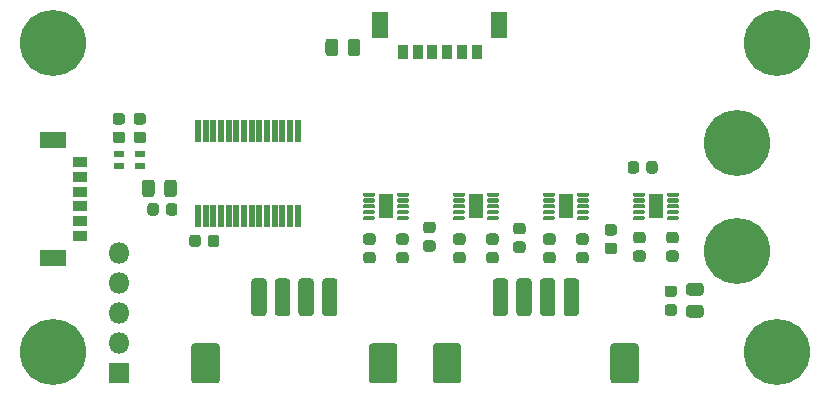
<source format=gbr>
%TF.GenerationSoftware,KiCad,Pcbnew,5.1.6-1.fc32*%
%TF.CreationDate,2020-07-03T14:53:20+01:00*%
%TF.ProjectId,4dc,3464632e-6b69-4636-9164-5f7063625858,rev?*%
%TF.SameCoordinates,Original*%
%TF.FileFunction,Soldermask,Top*%
%TF.FilePolarity,Negative*%
%FSLAX46Y46*%
G04 Gerber Fmt 4.6, Leading zero omitted, Abs format (unit mm)*
G04 Created by KiCad (PCBNEW 5.1.6-1.fc32) date 2020-07-03 14:53:20*
%MOMM*%
%LPD*%
G01*
G04 APERTURE LIST*
%ADD10R,1.300000X2.100000*%
%ADD11R,0.550000X1.850000*%
%ADD12R,2.250000X1.400000*%
%ADD13R,1.300000X0.900000*%
%ADD14R,1.400000X2.250000*%
%ADD15R,0.900000X1.300000*%
%ADD16O,1.800000X1.800000*%
%ADD17R,1.800000X1.800000*%
%ADD18R,0.950000X0.600000*%
%ADD19C,5.600000*%
G04 APERTURE END LIST*
%TO.C,C3*%
G36*
G01*
X117937000Y-94841750D02*
X117937000Y-95404250D01*
G75*
G02*
X117693250Y-95648000I-243750J0D01*
G01*
X117205750Y-95648000D01*
G75*
G02*
X116962000Y-95404250I0J243750D01*
G01*
X116962000Y-94841750D01*
G75*
G02*
X117205750Y-94598000I243750J0D01*
G01*
X117693250Y-94598000D01*
G75*
G02*
X117937000Y-94841750I0J-243750D01*
G01*
G37*
G36*
G01*
X119512000Y-94841750D02*
X119512000Y-95404250D01*
G75*
G02*
X119268250Y-95648000I-243750J0D01*
G01*
X118780750Y-95648000D01*
G75*
G02*
X118537000Y-95404250I0J243750D01*
G01*
X118537000Y-94841750D01*
G75*
G02*
X118780750Y-94598000I243750J0D01*
G01*
X119268250Y-94598000D01*
G75*
G02*
X119512000Y-94841750I0J-243750D01*
G01*
G37*
%TD*%
%TO.C,C2*%
G36*
G01*
X121493000Y-97508750D02*
X121493000Y-98071250D01*
G75*
G02*
X121249250Y-98315000I-243750J0D01*
G01*
X120761750Y-98315000D01*
G75*
G02*
X120518000Y-98071250I0J243750D01*
G01*
X120518000Y-97508750D01*
G75*
G02*
X120761750Y-97265000I243750J0D01*
G01*
X121249250Y-97265000D01*
G75*
G02*
X121493000Y-97508750I0J-243750D01*
G01*
G37*
G36*
G01*
X123068000Y-97508750D02*
X123068000Y-98071250D01*
G75*
G02*
X122824250Y-98315000I-243750J0D01*
G01*
X122336750Y-98315000D01*
G75*
G02*
X122093000Y-98071250I0J243750D01*
G01*
X122093000Y-97508750D01*
G75*
G02*
X122336750Y-97265000I243750J0D01*
G01*
X122824250Y-97265000D01*
G75*
G02*
X123068000Y-97508750I0J-243750D01*
G01*
G37*
%TD*%
D10*
%TO.C,U3*%
X144780000Y-94869000D03*
G36*
G01*
X145730000Y-93956500D02*
X145730000Y-93781500D01*
G75*
G02*
X145817500Y-93694000I87500J0D01*
G01*
X146617500Y-93694000D01*
G75*
G02*
X146705000Y-93781500I0J-87500D01*
G01*
X146705000Y-93956500D01*
G75*
G02*
X146617500Y-94044000I-87500J0D01*
G01*
X145817500Y-94044000D01*
G75*
G02*
X145730000Y-93956500I0J87500D01*
G01*
G37*
G36*
G01*
X145730000Y-94456500D02*
X145730000Y-94281500D01*
G75*
G02*
X145817500Y-94194000I87500J0D01*
G01*
X146617500Y-94194000D01*
G75*
G02*
X146705000Y-94281500I0J-87500D01*
G01*
X146705000Y-94456500D01*
G75*
G02*
X146617500Y-94544000I-87500J0D01*
G01*
X145817500Y-94544000D01*
G75*
G02*
X145730000Y-94456500I0J87500D01*
G01*
G37*
G36*
G01*
X145730000Y-94956500D02*
X145730000Y-94781500D01*
G75*
G02*
X145817500Y-94694000I87500J0D01*
G01*
X146617500Y-94694000D01*
G75*
G02*
X146705000Y-94781500I0J-87500D01*
G01*
X146705000Y-94956500D01*
G75*
G02*
X146617500Y-95044000I-87500J0D01*
G01*
X145817500Y-95044000D01*
G75*
G02*
X145730000Y-94956500I0J87500D01*
G01*
G37*
G36*
G01*
X145730000Y-95456500D02*
X145730000Y-95281500D01*
G75*
G02*
X145817500Y-95194000I87500J0D01*
G01*
X146617500Y-95194000D01*
G75*
G02*
X146705000Y-95281500I0J-87500D01*
G01*
X146705000Y-95456500D01*
G75*
G02*
X146617500Y-95544000I-87500J0D01*
G01*
X145817500Y-95544000D01*
G75*
G02*
X145730000Y-95456500I0J87500D01*
G01*
G37*
G36*
G01*
X145730000Y-95956500D02*
X145730000Y-95781500D01*
G75*
G02*
X145817500Y-95694000I87500J0D01*
G01*
X146617500Y-95694000D01*
G75*
G02*
X146705000Y-95781500I0J-87500D01*
G01*
X146705000Y-95956500D01*
G75*
G02*
X146617500Y-96044000I-87500J0D01*
G01*
X145817500Y-96044000D01*
G75*
G02*
X145730000Y-95956500I0J87500D01*
G01*
G37*
G36*
G01*
X142855000Y-95956500D02*
X142855000Y-95781500D01*
G75*
G02*
X142942500Y-95694000I87500J0D01*
G01*
X143742500Y-95694000D01*
G75*
G02*
X143830000Y-95781500I0J-87500D01*
G01*
X143830000Y-95956500D01*
G75*
G02*
X143742500Y-96044000I-87500J0D01*
G01*
X142942500Y-96044000D01*
G75*
G02*
X142855000Y-95956500I0J87500D01*
G01*
G37*
G36*
G01*
X142855000Y-95456500D02*
X142855000Y-95281500D01*
G75*
G02*
X142942500Y-95194000I87500J0D01*
G01*
X143742500Y-95194000D01*
G75*
G02*
X143830000Y-95281500I0J-87500D01*
G01*
X143830000Y-95456500D01*
G75*
G02*
X143742500Y-95544000I-87500J0D01*
G01*
X142942500Y-95544000D01*
G75*
G02*
X142855000Y-95456500I0J87500D01*
G01*
G37*
G36*
G01*
X142855000Y-94956500D02*
X142855000Y-94781500D01*
G75*
G02*
X142942500Y-94694000I87500J0D01*
G01*
X143742500Y-94694000D01*
G75*
G02*
X143830000Y-94781500I0J-87500D01*
G01*
X143830000Y-94956500D01*
G75*
G02*
X143742500Y-95044000I-87500J0D01*
G01*
X142942500Y-95044000D01*
G75*
G02*
X142855000Y-94956500I0J87500D01*
G01*
G37*
G36*
G01*
X142855000Y-94456500D02*
X142855000Y-94281500D01*
G75*
G02*
X142942500Y-94194000I87500J0D01*
G01*
X143742500Y-94194000D01*
G75*
G02*
X143830000Y-94281500I0J-87500D01*
G01*
X143830000Y-94456500D01*
G75*
G02*
X143742500Y-94544000I-87500J0D01*
G01*
X142942500Y-94544000D01*
G75*
G02*
X142855000Y-94456500I0J87500D01*
G01*
G37*
G36*
G01*
X142855000Y-93956500D02*
X142855000Y-93781500D01*
G75*
G02*
X142942500Y-93694000I87500J0D01*
G01*
X143742500Y-93694000D01*
G75*
G02*
X143830000Y-93781500I0J-87500D01*
G01*
X143830000Y-93956500D01*
G75*
G02*
X143742500Y-94044000I-87500J0D01*
G01*
X142942500Y-94044000D01*
G75*
G02*
X142855000Y-93956500I0J87500D01*
G01*
G37*
%TD*%
%TO.C,U4*%
X152400000Y-94869000D03*
G36*
G01*
X153350000Y-93956500D02*
X153350000Y-93781500D01*
G75*
G02*
X153437500Y-93694000I87500J0D01*
G01*
X154237500Y-93694000D01*
G75*
G02*
X154325000Y-93781500I0J-87500D01*
G01*
X154325000Y-93956500D01*
G75*
G02*
X154237500Y-94044000I-87500J0D01*
G01*
X153437500Y-94044000D01*
G75*
G02*
X153350000Y-93956500I0J87500D01*
G01*
G37*
G36*
G01*
X153350000Y-94456500D02*
X153350000Y-94281500D01*
G75*
G02*
X153437500Y-94194000I87500J0D01*
G01*
X154237500Y-94194000D01*
G75*
G02*
X154325000Y-94281500I0J-87500D01*
G01*
X154325000Y-94456500D01*
G75*
G02*
X154237500Y-94544000I-87500J0D01*
G01*
X153437500Y-94544000D01*
G75*
G02*
X153350000Y-94456500I0J87500D01*
G01*
G37*
G36*
G01*
X153350000Y-94956500D02*
X153350000Y-94781500D01*
G75*
G02*
X153437500Y-94694000I87500J0D01*
G01*
X154237500Y-94694000D01*
G75*
G02*
X154325000Y-94781500I0J-87500D01*
G01*
X154325000Y-94956500D01*
G75*
G02*
X154237500Y-95044000I-87500J0D01*
G01*
X153437500Y-95044000D01*
G75*
G02*
X153350000Y-94956500I0J87500D01*
G01*
G37*
G36*
G01*
X153350000Y-95456500D02*
X153350000Y-95281500D01*
G75*
G02*
X153437500Y-95194000I87500J0D01*
G01*
X154237500Y-95194000D01*
G75*
G02*
X154325000Y-95281500I0J-87500D01*
G01*
X154325000Y-95456500D01*
G75*
G02*
X154237500Y-95544000I-87500J0D01*
G01*
X153437500Y-95544000D01*
G75*
G02*
X153350000Y-95456500I0J87500D01*
G01*
G37*
G36*
G01*
X153350000Y-95956500D02*
X153350000Y-95781500D01*
G75*
G02*
X153437500Y-95694000I87500J0D01*
G01*
X154237500Y-95694000D01*
G75*
G02*
X154325000Y-95781500I0J-87500D01*
G01*
X154325000Y-95956500D01*
G75*
G02*
X154237500Y-96044000I-87500J0D01*
G01*
X153437500Y-96044000D01*
G75*
G02*
X153350000Y-95956500I0J87500D01*
G01*
G37*
G36*
G01*
X150475000Y-95956500D02*
X150475000Y-95781500D01*
G75*
G02*
X150562500Y-95694000I87500J0D01*
G01*
X151362500Y-95694000D01*
G75*
G02*
X151450000Y-95781500I0J-87500D01*
G01*
X151450000Y-95956500D01*
G75*
G02*
X151362500Y-96044000I-87500J0D01*
G01*
X150562500Y-96044000D01*
G75*
G02*
X150475000Y-95956500I0J87500D01*
G01*
G37*
G36*
G01*
X150475000Y-95456500D02*
X150475000Y-95281500D01*
G75*
G02*
X150562500Y-95194000I87500J0D01*
G01*
X151362500Y-95194000D01*
G75*
G02*
X151450000Y-95281500I0J-87500D01*
G01*
X151450000Y-95456500D01*
G75*
G02*
X151362500Y-95544000I-87500J0D01*
G01*
X150562500Y-95544000D01*
G75*
G02*
X150475000Y-95456500I0J87500D01*
G01*
G37*
G36*
G01*
X150475000Y-94956500D02*
X150475000Y-94781500D01*
G75*
G02*
X150562500Y-94694000I87500J0D01*
G01*
X151362500Y-94694000D01*
G75*
G02*
X151450000Y-94781500I0J-87500D01*
G01*
X151450000Y-94956500D01*
G75*
G02*
X151362500Y-95044000I-87500J0D01*
G01*
X150562500Y-95044000D01*
G75*
G02*
X150475000Y-94956500I0J87500D01*
G01*
G37*
G36*
G01*
X150475000Y-94456500D02*
X150475000Y-94281500D01*
G75*
G02*
X150562500Y-94194000I87500J0D01*
G01*
X151362500Y-94194000D01*
G75*
G02*
X151450000Y-94281500I0J-87500D01*
G01*
X151450000Y-94456500D01*
G75*
G02*
X151362500Y-94544000I-87500J0D01*
G01*
X150562500Y-94544000D01*
G75*
G02*
X150475000Y-94456500I0J87500D01*
G01*
G37*
G36*
G01*
X150475000Y-93956500D02*
X150475000Y-93781500D01*
G75*
G02*
X150562500Y-93694000I87500J0D01*
G01*
X151362500Y-93694000D01*
G75*
G02*
X151450000Y-93781500I0J-87500D01*
G01*
X151450000Y-93956500D01*
G75*
G02*
X151362500Y-94044000I-87500J0D01*
G01*
X150562500Y-94044000D01*
G75*
G02*
X150475000Y-93956500I0J87500D01*
G01*
G37*
%TD*%
%TO.C,U5*%
X160020000Y-94869000D03*
G36*
G01*
X160970000Y-93956500D02*
X160970000Y-93781500D01*
G75*
G02*
X161057500Y-93694000I87500J0D01*
G01*
X161857500Y-93694000D01*
G75*
G02*
X161945000Y-93781500I0J-87500D01*
G01*
X161945000Y-93956500D01*
G75*
G02*
X161857500Y-94044000I-87500J0D01*
G01*
X161057500Y-94044000D01*
G75*
G02*
X160970000Y-93956500I0J87500D01*
G01*
G37*
G36*
G01*
X160970000Y-94456500D02*
X160970000Y-94281500D01*
G75*
G02*
X161057500Y-94194000I87500J0D01*
G01*
X161857500Y-94194000D01*
G75*
G02*
X161945000Y-94281500I0J-87500D01*
G01*
X161945000Y-94456500D01*
G75*
G02*
X161857500Y-94544000I-87500J0D01*
G01*
X161057500Y-94544000D01*
G75*
G02*
X160970000Y-94456500I0J87500D01*
G01*
G37*
G36*
G01*
X160970000Y-94956500D02*
X160970000Y-94781500D01*
G75*
G02*
X161057500Y-94694000I87500J0D01*
G01*
X161857500Y-94694000D01*
G75*
G02*
X161945000Y-94781500I0J-87500D01*
G01*
X161945000Y-94956500D01*
G75*
G02*
X161857500Y-95044000I-87500J0D01*
G01*
X161057500Y-95044000D01*
G75*
G02*
X160970000Y-94956500I0J87500D01*
G01*
G37*
G36*
G01*
X160970000Y-95456500D02*
X160970000Y-95281500D01*
G75*
G02*
X161057500Y-95194000I87500J0D01*
G01*
X161857500Y-95194000D01*
G75*
G02*
X161945000Y-95281500I0J-87500D01*
G01*
X161945000Y-95456500D01*
G75*
G02*
X161857500Y-95544000I-87500J0D01*
G01*
X161057500Y-95544000D01*
G75*
G02*
X160970000Y-95456500I0J87500D01*
G01*
G37*
G36*
G01*
X160970000Y-95956500D02*
X160970000Y-95781500D01*
G75*
G02*
X161057500Y-95694000I87500J0D01*
G01*
X161857500Y-95694000D01*
G75*
G02*
X161945000Y-95781500I0J-87500D01*
G01*
X161945000Y-95956500D01*
G75*
G02*
X161857500Y-96044000I-87500J0D01*
G01*
X161057500Y-96044000D01*
G75*
G02*
X160970000Y-95956500I0J87500D01*
G01*
G37*
G36*
G01*
X158095000Y-95956500D02*
X158095000Y-95781500D01*
G75*
G02*
X158182500Y-95694000I87500J0D01*
G01*
X158982500Y-95694000D01*
G75*
G02*
X159070000Y-95781500I0J-87500D01*
G01*
X159070000Y-95956500D01*
G75*
G02*
X158982500Y-96044000I-87500J0D01*
G01*
X158182500Y-96044000D01*
G75*
G02*
X158095000Y-95956500I0J87500D01*
G01*
G37*
G36*
G01*
X158095000Y-95456500D02*
X158095000Y-95281500D01*
G75*
G02*
X158182500Y-95194000I87500J0D01*
G01*
X158982500Y-95194000D01*
G75*
G02*
X159070000Y-95281500I0J-87500D01*
G01*
X159070000Y-95456500D01*
G75*
G02*
X158982500Y-95544000I-87500J0D01*
G01*
X158182500Y-95544000D01*
G75*
G02*
X158095000Y-95456500I0J87500D01*
G01*
G37*
G36*
G01*
X158095000Y-94956500D02*
X158095000Y-94781500D01*
G75*
G02*
X158182500Y-94694000I87500J0D01*
G01*
X158982500Y-94694000D01*
G75*
G02*
X159070000Y-94781500I0J-87500D01*
G01*
X159070000Y-94956500D01*
G75*
G02*
X158982500Y-95044000I-87500J0D01*
G01*
X158182500Y-95044000D01*
G75*
G02*
X158095000Y-94956500I0J87500D01*
G01*
G37*
G36*
G01*
X158095000Y-94456500D02*
X158095000Y-94281500D01*
G75*
G02*
X158182500Y-94194000I87500J0D01*
G01*
X158982500Y-94194000D01*
G75*
G02*
X159070000Y-94281500I0J-87500D01*
G01*
X159070000Y-94456500D01*
G75*
G02*
X158982500Y-94544000I-87500J0D01*
G01*
X158182500Y-94544000D01*
G75*
G02*
X158095000Y-94456500I0J87500D01*
G01*
G37*
G36*
G01*
X158095000Y-93956500D02*
X158095000Y-93781500D01*
G75*
G02*
X158182500Y-93694000I87500J0D01*
G01*
X158982500Y-93694000D01*
G75*
G02*
X159070000Y-93781500I0J-87500D01*
G01*
X159070000Y-93956500D01*
G75*
G02*
X158982500Y-94044000I-87500J0D01*
G01*
X158182500Y-94044000D01*
G75*
G02*
X158095000Y-93956500I0J87500D01*
G01*
G37*
%TD*%
%TO.C,U2*%
X137160000Y-94869000D03*
G36*
G01*
X138110000Y-93956500D02*
X138110000Y-93781500D01*
G75*
G02*
X138197500Y-93694000I87500J0D01*
G01*
X138997500Y-93694000D01*
G75*
G02*
X139085000Y-93781500I0J-87500D01*
G01*
X139085000Y-93956500D01*
G75*
G02*
X138997500Y-94044000I-87500J0D01*
G01*
X138197500Y-94044000D01*
G75*
G02*
X138110000Y-93956500I0J87500D01*
G01*
G37*
G36*
G01*
X138110000Y-94456500D02*
X138110000Y-94281500D01*
G75*
G02*
X138197500Y-94194000I87500J0D01*
G01*
X138997500Y-94194000D01*
G75*
G02*
X139085000Y-94281500I0J-87500D01*
G01*
X139085000Y-94456500D01*
G75*
G02*
X138997500Y-94544000I-87500J0D01*
G01*
X138197500Y-94544000D01*
G75*
G02*
X138110000Y-94456500I0J87500D01*
G01*
G37*
G36*
G01*
X138110000Y-94956500D02*
X138110000Y-94781500D01*
G75*
G02*
X138197500Y-94694000I87500J0D01*
G01*
X138997500Y-94694000D01*
G75*
G02*
X139085000Y-94781500I0J-87500D01*
G01*
X139085000Y-94956500D01*
G75*
G02*
X138997500Y-95044000I-87500J0D01*
G01*
X138197500Y-95044000D01*
G75*
G02*
X138110000Y-94956500I0J87500D01*
G01*
G37*
G36*
G01*
X138110000Y-95456500D02*
X138110000Y-95281500D01*
G75*
G02*
X138197500Y-95194000I87500J0D01*
G01*
X138997500Y-95194000D01*
G75*
G02*
X139085000Y-95281500I0J-87500D01*
G01*
X139085000Y-95456500D01*
G75*
G02*
X138997500Y-95544000I-87500J0D01*
G01*
X138197500Y-95544000D01*
G75*
G02*
X138110000Y-95456500I0J87500D01*
G01*
G37*
G36*
G01*
X138110000Y-95956500D02*
X138110000Y-95781500D01*
G75*
G02*
X138197500Y-95694000I87500J0D01*
G01*
X138997500Y-95694000D01*
G75*
G02*
X139085000Y-95781500I0J-87500D01*
G01*
X139085000Y-95956500D01*
G75*
G02*
X138997500Y-96044000I-87500J0D01*
G01*
X138197500Y-96044000D01*
G75*
G02*
X138110000Y-95956500I0J87500D01*
G01*
G37*
G36*
G01*
X135235000Y-95956500D02*
X135235000Y-95781500D01*
G75*
G02*
X135322500Y-95694000I87500J0D01*
G01*
X136122500Y-95694000D01*
G75*
G02*
X136210000Y-95781500I0J-87500D01*
G01*
X136210000Y-95956500D01*
G75*
G02*
X136122500Y-96044000I-87500J0D01*
G01*
X135322500Y-96044000D01*
G75*
G02*
X135235000Y-95956500I0J87500D01*
G01*
G37*
G36*
G01*
X135235000Y-95456500D02*
X135235000Y-95281500D01*
G75*
G02*
X135322500Y-95194000I87500J0D01*
G01*
X136122500Y-95194000D01*
G75*
G02*
X136210000Y-95281500I0J-87500D01*
G01*
X136210000Y-95456500D01*
G75*
G02*
X136122500Y-95544000I-87500J0D01*
G01*
X135322500Y-95544000D01*
G75*
G02*
X135235000Y-95456500I0J87500D01*
G01*
G37*
G36*
G01*
X135235000Y-94956500D02*
X135235000Y-94781500D01*
G75*
G02*
X135322500Y-94694000I87500J0D01*
G01*
X136122500Y-94694000D01*
G75*
G02*
X136210000Y-94781500I0J-87500D01*
G01*
X136210000Y-94956500D01*
G75*
G02*
X136122500Y-95044000I-87500J0D01*
G01*
X135322500Y-95044000D01*
G75*
G02*
X135235000Y-94956500I0J87500D01*
G01*
G37*
G36*
G01*
X135235000Y-94456500D02*
X135235000Y-94281500D01*
G75*
G02*
X135322500Y-94194000I87500J0D01*
G01*
X136122500Y-94194000D01*
G75*
G02*
X136210000Y-94281500I0J-87500D01*
G01*
X136210000Y-94456500D01*
G75*
G02*
X136122500Y-94544000I-87500J0D01*
G01*
X135322500Y-94544000D01*
G75*
G02*
X135235000Y-94456500I0J87500D01*
G01*
G37*
G36*
G01*
X135235000Y-93956500D02*
X135235000Y-93781500D01*
G75*
G02*
X135322500Y-93694000I87500J0D01*
G01*
X136122500Y-93694000D01*
G75*
G02*
X136210000Y-93781500I0J-87500D01*
G01*
X136210000Y-93956500D01*
G75*
G02*
X136122500Y-94044000I-87500J0D01*
G01*
X135322500Y-94044000D01*
G75*
G02*
X135235000Y-93956500I0J87500D01*
G01*
G37*
%TD*%
D11*
%TO.C,U1*%
X129701000Y-95675000D03*
X129051000Y-95675000D03*
X128401000Y-95675000D03*
X127751000Y-95675000D03*
X127101000Y-95675000D03*
X126451000Y-95675000D03*
X125801000Y-95675000D03*
X125151000Y-95675000D03*
X124501000Y-95675000D03*
X123851000Y-95675000D03*
X123201000Y-95675000D03*
X122551000Y-95675000D03*
X121901000Y-95675000D03*
X121251000Y-95675000D03*
X121251000Y-88475000D03*
X121901000Y-88475000D03*
X122551000Y-88475000D03*
X123201000Y-88475000D03*
X123851000Y-88475000D03*
X124501000Y-88475000D03*
X125151000Y-88475000D03*
X125801000Y-88475000D03*
X126451000Y-88475000D03*
X127101000Y-88475000D03*
X127751000Y-88475000D03*
X128401000Y-88475000D03*
X129051000Y-88475000D03*
X129701000Y-88475000D03*
%TD*%
%TO.C,R2*%
G36*
G01*
X114272750Y-88539500D02*
X114835250Y-88539500D01*
G75*
G02*
X115079000Y-88783250I0J-243750D01*
G01*
X115079000Y-89270750D01*
G75*
G02*
X114835250Y-89514500I-243750J0D01*
G01*
X114272750Y-89514500D01*
G75*
G02*
X114029000Y-89270750I0J243750D01*
G01*
X114029000Y-88783250D01*
G75*
G02*
X114272750Y-88539500I243750J0D01*
G01*
G37*
G36*
G01*
X114272750Y-86964500D02*
X114835250Y-86964500D01*
G75*
G02*
X115079000Y-87208250I0J-243750D01*
G01*
X115079000Y-87695750D01*
G75*
G02*
X114835250Y-87939500I-243750J0D01*
G01*
X114272750Y-87939500D01*
G75*
G02*
X114029000Y-87695750I0J243750D01*
G01*
X114029000Y-87208250D01*
G75*
G02*
X114272750Y-86964500I243750J0D01*
G01*
G37*
%TD*%
%TO.C,R1*%
G36*
G01*
X116050750Y-88539500D02*
X116613250Y-88539500D01*
G75*
G02*
X116857000Y-88783250I0J-243750D01*
G01*
X116857000Y-89270750D01*
G75*
G02*
X116613250Y-89514500I-243750J0D01*
G01*
X116050750Y-89514500D01*
G75*
G02*
X115807000Y-89270750I0J243750D01*
G01*
X115807000Y-88783250D01*
G75*
G02*
X116050750Y-88539500I243750J0D01*
G01*
G37*
G36*
G01*
X116050750Y-86964500D02*
X116613250Y-86964500D01*
G75*
G02*
X116857000Y-87208250I0J-243750D01*
G01*
X116857000Y-87695750D01*
G75*
G02*
X116613250Y-87939500I-243750J0D01*
G01*
X116050750Y-87939500D01*
G75*
G02*
X115807000Y-87695750I0J243750D01*
G01*
X115807000Y-87208250D01*
G75*
G02*
X116050750Y-86964500I243750J0D01*
G01*
G37*
%TD*%
%TO.C,J6*%
G36*
G01*
X156180000Y-109599130D02*
X156180000Y-106720870D01*
G75*
G02*
X156440870Y-106460000I260870J0D01*
G01*
X158319130Y-106460000D01*
G75*
G02*
X158580000Y-106720870I0J-260870D01*
G01*
X158580000Y-109599130D01*
G75*
G02*
X158319130Y-109860000I-260870J0D01*
G01*
X156440870Y-109860000D01*
G75*
G02*
X156180000Y-109599130I0J260870D01*
G01*
G37*
G36*
G01*
X141140000Y-109599130D02*
X141140000Y-106720870D01*
G75*
G02*
X141400870Y-106460000I260870J0D01*
G01*
X143279130Y-106460000D01*
G75*
G02*
X143540000Y-106720870I0J-260870D01*
G01*
X143540000Y-109599130D01*
G75*
G02*
X143279130Y-109860000I-260870J0D01*
G01*
X141400870Y-109860000D01*
G75*
G02*
X141140000Y-109599130I0J260870D01*
G01*
G37*
G36*
G01*
X152210000Y-103889168D02*
X152210000Y-101230832D01*
G75*
G02*
X152480832Y-100960000I270832J0D01*
G01*
X153239168Y-100960000D01*
G75*
G02*
X153510000Y-101230832I0J-270832D01*
G01*
X153510000Y-103889168D01*
G75*
G02*
X153239168Y-104160000I-270832J0D01*
G01*
X152480832Y-104160000D01*
G75*
G02*
X152210000Y-103889168I0J270832D01*
G01*
G37*
G36*
G01*
X150210000Y-103889168D02*
X150210000Y-101230832D01*
G75*
G02*
X150480832Y-100960000I270832J0D01*
G01*
X151239168Y-100960000D01*
G75*
G02*
X151510000Y-101230832I0J-270832D01*
G01*
X151510000Y-103889168D01*
G75*
G02*
X151239168Y-104160000I-270832J0D01*
G01*
X150480832Y-104160000D01*
G75*
G02*
X150210000Y-103889168I0J270832D01*
G01*
G37*
G36*
G01*
X148210000Y-103889168D02*
X148210000Y-101230832D01*
G75*
G02*
X148480832Y-100960000I270832J0D01*
G01*
X149239168Y-100960000D01*
G75*
G02*
X149510000Y-101230832I0J-270832D01*
G01*
X149510000Y-103889168D01*
G75*
G02*
X149239168Y-104160000I-270832J0D01*
G01*
X148480832Y-104160000D01*
G75*
G02*
X148210000Y-103889168I0J270832D01*
G01*
G37*
G36*
G01*
X146210000Y-103889168D02*
X146210000Y-101230832D01*
G75*
G02*
X146480832Y-100960000I270832J0D01*
G01*
X147239168Y-100960000D01*
G75*
G02*
X147510000Y-101230832I0J-270832D01*
G01*
X147510000Y-103889168D01*
G75*
G02*
X147239168Y-104160000I-270832J0D01*
G01*
X146480832Y-104160000D01*
G75*
G02*
X146210000Y-103889168I0J270832D01*
G01*
G37*
%TD*%
%TO.C,J5*%
G36*
G01*
X135733000Y-109599130D02*
X135733000Y-106720870D01*
G75*
G02*
X135993870Y-106460000I260870J0D01*
G01*
X137872130Y-106460000D01*
G75*
G02*
X138133000Y-106720870I0J-260870D01*
G01*
X138133000Y-109599130D01*
G75*
G02*
X137872130Y-109860000I-260870J0D01*
G01*
X135993870Y-109860000D01*
G75*
G02*
X135733000Y-109599130I0J260870D01*
G01*
G37*
G36*
G01*
X120693000Y-109599130D02*
X120693000Y-106720870D01*
G75*
G02*
X120953870Y-106460000I260870J0D01*
G01*
X122832130Y-106460000D01*
G75*
G02*
X123093000Y-106720870I0J-260870D01*
G01*
X123093000Y-109599130D01*
G75*
G02*
X122832130Y-109860000I-260870J0D01*
G01*
X120953870Y-109860000D01*
G75*
G02*
X120693000Y-109599130I0J260870D01*
G01*
G37*
G36*
G01*
X131763000Y-103889168D02*
X131763000Y-101230832D01*
G75*
G02*
X132033832Y-100960000I270832J0D01*
G01*
X132792168Y-100960000D01*
G75*
G02*
X133063000Y-101230832I0J-270832D01*
G01*
X133063000Y-103889168D01*
G75*
G02*
X132792168Y-104160000I-270832J0D01*
G01*
X132033832Y-104160000D01*
G75*
G02*
X131763000Y-103889168I0J270832D01*
G01*
G37*
G36*
G01*
X129763000Y-103889168D02*
X129763000Y-101230832D01*
G75*
G02*
X130033832Y-100960000I270832J0D01*
G01*
X130792168Y-100960000D01*
G75*
G02*
X131063000Y-101230832I0J-270832D01*
G01*
X131063000Y-103889168D01*
G75*
G02*
X130792168Y-104160000I-270832J0D01*
G01*
X130033832Y-104160000D01*
G75*
G02*
X129763000Y-103889168I0J270832D01*
G01*
G37*
G36*
G01*
X127763000Y-103889168D02*
X127763000Y-101230832D01*
G75*
G02*
X128033832Y-100960000I270832J0D01*
G01*
X128792168Y-100960000D01*
G75*
G02*
X129063000Y-101230832I0J-270832D01*
G01*
X129063000Y-103889168D01*
G75*
G02*
X128792168Y-104160000I-270832J0D01*
G01*
X128033832Y-104160000D01*
G75*
G02*
X127763000Y-103889168I0J270832D01*
G01*
G37*
G36*
G01*
X125763000Y-103889168D02*
X125763000Y-101230832D01*
G75*
G02*
X126033832Y-100960000I270832J0D01*
G01*
X126792168Y-100960000D01*
G75*
G02*
X127063000Y-101230832I0J-270832D01*
G01*
X127063000Y-103889168D01*
G75*
G02*
X126792168Y-104160000I-270832J0D01*
G01*
X126033832Y-104160000D01*
G75*
G02*
X125763000Y-103889168I0J270832D01*
G01*
G37*
%TD*%
D12*
%TO.C,J4*%
X108957000Y-89209000D03*
X108957000Y-99259000D03*
D13*
X111252000Y-97359000D03*
X111252000Y-96109000D03*
X111252000Y-94859000D03*
X111252000Y-93609000D03*
X111252000Y-92359000D03*
X111252000Y-91109000D03*
%TD*%
D14*
%TO.C,J3*%
X146757000Y-79493000D03*
X136707000Y-79493000D03*
D15*
X138607000Y-81788000D03*
X139857000Y-81788000D03*
X141107000Y-81788000D03*
X142357000Y-81788000D03*
X143607000Y-81788000D03*
X144857000Y-81788000D03*
%TD*%
D16*
%TO.C,J1*%
X114554000Y-98806000D03*
X114554000Y-101346000D03*
X114554000Y-103886000D03*
X114554000Y-106426000D03*
D17*
X114554000Y-108966000D03*
%TD*%
D18*
%TO.C,D1*%
X116304000Y-91440000D03*
X116304000Y-90440000D03*
X114554000Y-90440000D03*
X114554000Y-91440000D03*
%TD*%
%TO.C,C18*%
G36*
G01*
X150721750Y-98725000D02*
X151284250Y-98725000D01*
G75*
G02*
X151528000Y-98968750I0J-243750D01*
G01*
X151528000Y-99456250D01*
G75*
G02*
X151284250Y-99700000I-243750J0D01*
G01*
X150721750Y-99700000D01*
G75*
G02*
X150478000Y-99456250I0J243750D01*
G01*
X150478000Y-98968750D01*
G75*
G02*
X150721750Y-98725000I243750J0D01*
G01*
G37*
G36*
G01*
X150721750Y-97150000D02*
X151284250Y-97150000D01*
G75*
G02*
X151528000Y-97393750I0J-243750D01*
G01*
X151528000Y-97881250D01*
G75*
G02*
X151284250Y-98125000I-243750J0D01*
G01*
X150721750Y-98125000D01*
G75*
G02*
X150478000Y-97881250I0J243750D01*
G01*
X150478000Y-97393750D01*
G75*
G02*
X150721750Y-97150000I243750J0D01*
G01*
G37*
%TD*%
%TO.C,C17*%
G36*
G01*
X135481750Y-98725000D02*
X136044250Y-98725000D01*
G75*
G02*
X136288000Y-98968750I0J-243750D01*
G01*
X136288000Y-99456250D01*
G75*
G02*
X136044250Y-99700000I-243750J0D01*
G01*
X135481750Y-99700000D01*
G75*
G02*
X135238000Y-99456250I0J243750D01*
G01*
X135238000Y-98968750D01*
G75*
G02*
X135481750Y-98725000I243750J0D01*
G01*
G37*
G36*
G01*
X135481750Y-97150000D02*
X136044250Y-97150000D01*
G75*
G02*
X136288000Y-97393750I0J-243750D01*
G01*
X136288000Y-97881250D01*
G75*
G02*
X136044250Y-98125000I-243750J0D01*
G01*
X135481750Y-98125000D01*
G75*
G02*
X135238000Y-97881250I0J243750D01*
G01*
X135238000Y-97393750D01*
G75*
G02*
X135481750Y-97150000I243750J0D01*
G01*
G37*
%TD*%
%TO.C,C16*%
G36*
G01*
X153515750Y-98725000D02*
X154078250Y-98725000D01*
G75*
G02*
X154322000Y-98968750I0J-243750D01*
G01*
X154322000Y-99456250D01*
G75*
G02*
X154078250Y-99700000I-243750J0D01*
G01*
X153515750Y-99700000D01*
G75*
G02*
X153272000Y-99456250I0J243750D01*
G01*
X153272000Y-98968750D01*
G75*
G02*
X153515750Y-98725000I243750J0D01*
G01*
G37*
G36*
G01*
X153515750Y-97150000D02*
X154078250Y-97150000D01*
G75*
G02*
X154322000Y-97393750I0J-243750D01*
G01*
X154322000Y-97881250D01*
G75*
G02*
X154078250Y-98125000I-243750J0D01*
G01*
X153515750Y-98125000D01*
G75*
G02*
X153272000Y-97881250I0J243750D01*
G01*
X153272000Y-97393750D01*
G75*
G02*
X153515750Y-97150000I243750J0D01*
G01*
G37*
%TD*%
%TO.C,C15*%
G36*
G01*
X138275750Y-98725000D02*
X138838250Y-98725000D01*
G75*
G02*
X139082000Y-98968750I0J-243750D01*
G01*
X139082000Y-99456250D01*
G75*
G02*
X138838250Y-99700000I-243750J0D01*
G01*
X138275750Y-99700000D01*
G75*
G02*
X138032000Y-99456250I0J243750D01*
G01*
X138032000Y-98968750D01*
G75*
G02*
X138275750Y-98725000I243750J0D01*
G01*
G37*
G36*
G01*
X138275750Y-97150000D02*
X138838250Y-97150000D01*
G75*
G02*
X139082000Y-97393750I0J-243750D01*
G01*
X139082000Y-97881250D01*
G75*
G02*
X138838250Y-98125000I-243750J0D01*
G01*
X138275750Y-98125000D01*
G75*
G02*
X138032000Y-97881250I0J243750D01*
G01*
X138032000Y-97393750D01*
G75*
G02*
X138275750Y-97150000I243750J0D01*
G01*
G37*
%TD*%
%TO.C,C14*%
G36*
G01*
X158341750Y-98598000D02*
X158904250Y-98598000D01*
G75*
G02*
X159148000Y-98841750I0J-243750D01*
G01*
X159148000Y-99329250D01*
G75*
G02*
X158904250Y-99573000I-243750J0D01*
G01*
X158341750Y-99573000D01*
G75*
G02*
X158098000Y-99329250I0J243750D01*
G01*
X158098000Y-98841750D01*
G75*
G02*
X158341750Y-98598000I243750J0D01*
G01*
G37*
G36*
G01*
X158341750Y-97023000D02*
X158904250Y-97023000D01*
G75*
G02*
X159148000Y-97266750I0J-243750D01*
G01*
X159148000Y-97754250D01*
G75*
G02*
X158904250Y-97998000I-243750J0D01*
G01*
X158341750Y-97998000D01*
G75*
G02*
X158098000Y-97754250I0J243750D01*
G01*
X158098000Y-97266750D01*
G75*
G02*
X158341750Y-97023000I243750J0D01*
G01*
G37*
%TD*%
%TO.C,C13*%
G36*
G01*
X143101750Y-98725000D02*
X143664250Y-98725000D01*
G75*
G02*
X143908000Y-98968750I0J-243750D01*
G01*
X143908000Y-99456250D01*
G75*
G02*
X143664250Y-99700000I-243750J0D01*
G01*
X143101750Y-99700000D01*
G75*
G02*
X142858000Y-99456250I0J243750D01*
G01*
X142858000Y-98968750D01*
G75*
G02*
X143101750Y-98725000I243750J0D01*
G01*
G37*
G36*
G01*
X143101750Y-97150000D02*
X143664250Y-97150000D01*
G75*
G02*
X143908000Y-97393750I0J-243750D01*
G01*
X143908000Y-97881250D01*
G75*
G02*
X143664250Y-98125000I-243750J0D01*
G01*
X143101750Y-98125000D01*
G75*
G02*
X142858000Y-97881250I0J243750D01*
G01*
X142858000Y-97393750D01*
G75*
G02*
X143101750Y-97150000I243750J0D01*
G01*
G37*
%TD*%
%TO.C,C12*%
G36*
G01*
X161135750Y-98598000D02*
X161698250Y-98598000D01*
G75*
G02*
X161942000Y-98841750I0J-243750D01*
G01*
X161942000Y-99329250D01*
G75*
G02*
X161698250Y-99573000I-243750J0D01*
G01*
X161135750Y-99573000D01*
G75*
G02*
X160892000Y-99329250I0J243750D01*
G01*
X160892000Y-98841750D01*
G75*
G02*
X161135750Y-98598000I243750J0D01*
G01*
G37*
G36*
G01*
X161135750Y-97023000D02*
X161698250Y-97023000D01*
G75*
G02*
X161942000Y-97266750I0J-243750D01*
G01*
X161942000Y-97754250D01*
G75*
G02*
X161698250Y-97998000I-243750J0D01*
G01*
X161135750Y-97998000D01*
G75*
G02*
X160892000Y-97754250I0J243750D01*
G01*
X160892000Y-97266750D01*
G75*
G02*
X161135750Y-97023000I243750J0D01*
G01*
G37*
%TD*%
%TO.C,C11*%
G36*
G01*
X145895750Y-98725000D02*
X146458250Y-98725000D01*
G75*
G02*
X146702000Y-98968750I0J-243750D01*
G01*
X146702000Y-99456250D01*
G75*
G02*
X146458250Y-99700000I-243750J0D01*
G01*
X145895750Y-99700000D01*
G75*
G02*
X145652000Y-99456250I0J243750D01*
G01*
X145652000Y-98968750D01*
G75*
G02*
X145895750Y-98725000I243750J0D01*
G01*
G37*
G36*
G01*
X145895750Y-97150000D02*
X146458250Y-97150000D01*
G75*
G02*
X146702000Y-97393750I0J-243750D01*
G01*
X146702000Y-97881250D01*
G75*
G02*
X146458250Y-98125000I-243750J0D01*
G01*
X145895750Y-98125000D01*
G75*
G02*
X145652000Y-97881250I0J243750D01*
G01*
X145652000Y-97393750D01*
G75*
G02*
X145895750Y-97150000I243750J0D01*
G01*
G37*
%TD*%
%TO.C,C10*%
G36*
G01*
X161008750Y-103144500D02*
X161571250Y-103144500D01*
G75*
G02*
X161815000Y-103388250I0J-243750D01*
G01*
X161815000Y-103875750D01*
G75*
G02*
X161571250Y-104119500I-243750J0D01*
G01*
X161008750Y-104119500D01*
G75*
G02*
X160765000Y-103875750I0J243750D01*
G01*
X160765000Y-103388250D01*
G75*
G02*
X161008750Y-103144500I243750J0D01*
G01*
G37*
G36*
G01*
X161008750Y-101569500D02*
X161571250Y-101569500D01*
G75*
G02*
X161815000Y-101813250I0J-243750D01*
G01*
X161815000Y-102300750D01*
G75*
G02*
X161571250Y-102544500I-243750J0D01*
G01*
X161008750Y-102544500D01*
G75*
G02*
X160765000Y-102300750I0J243750D01*
G01*
X160765000Y-101813250D01*
G75*
G02*
X161008750Y-101569500I243750J0D01*
G01*
G37*
%TD*%
%TO.C,C9*%
G36*
G01*
X162840750Y-103221500D02*
X163803250Y-103221500D01*
G75*
G02*
X164072000Y-103490250I0J-268750D01*
G01*
X164072000Y-104027750D01*
G75*
G02*
X163803250Y-104296500I-268750J0D01*
G01*
X162840750Y-104296500D01*
G75*
G02*
X162572000Y-104027750I0J268750D01*
G01*
X162572000Y-103490250D01*
G75*
G02*
X162840750Y-103221500I268750J0D01*
G01*
G37*
G36*
G01*
X162840750Y-101346500D02*
X163803250Y-101346500D01*
G75*
G02*
X164072000Y-101615250I0J-268750D01*
G01*
X164072000Y-102152750D01*
G75*
G02*
X163803250Y-102421500I-268750J0D01*
G01*
X162840750Y-102421500D01*
G75*
G02*
X162572000Y-102152750I0J268750D01*
G01*
X162572000Y-101615250D01*
G75*
G02*
X162840750Y-101346500I268750J0D01*
G01*
G37*
%TD*%
%TO.C,C8*%
G36*
G01*
X158602500Y-91285750D02*
X158602500Y-91848250D01*
G75*
G02*
X158358750Y-92092000I-243750J0D01*
G01*
X157871250Y-92092000D01*
G75*
G02*
X157627500Y-91848250I0J243750D01*
G01*
X157627500Y-91285750D01*
G75*
G02*
X157871250Y-91042000I243750J0D01*
G01*
X158358750Y-91042000D01*
G75*
G02*
X158602500Y-91285750I0J-243750D01*
G01*
G37*
G36*
G01*
X160177500Y-91285750D02*
X160177500Y-91848250D01*
G75*
G02*
X159933750Y-92092000I-243750J0D01*
G01*
X159446250Y-92092000D01*
G75*
G02*
X159202500Y-91848250I0J243750D01*
G01*
X159202500Y-91285750D01*
G75*
G02*
X159446250Y-91042000I243750J0D01*
G01*
X159933750Y-91042000D01*
G75*
G02*
X160177500Y-91285750I0J-243750D01*
G01*
G37*
%TD*%
%TO.C,C7*%
G36*
G01*
X155928750Y-97937500D02*
X156491250Y-97937500D01*
G75*
G02*
X156735000Y-98181250I0J-243750D01*
G01*
X156735000Y-98668750D01*
G75*
G02*
X156491250Y-98912500I-243750J0D01*
G01*
X155928750Y-98912500D01*
G75*
G02*
X155685000Y-98668750I0J243750D01*
G01*
X155685000Y-98181250D01*
G75*
G02*
X155928750Y-97937500I243750J0D01*
G01*
G37*
G36*
G01*
X155928750Y-96362500D02*
X156491250Y-96362500D01*
G75*
G02*
X156735000Y-96606250I0J-243750D01*
G01*
X156735000Y-97093750D01*
G75*
G02*
X156491250Y-97337500I-243750J0D01*
G01*
X155928750Y-97337500D01*
G75*
G02*
X155685000Y-97093750I0J243750D01*
G01*
X155685000Y-96606250D01*
G75*
G02*
X155928750Y-96362500I243750J0D01*
G01*
G37*
%TD*%
%TO.C,C6*%
G36*
G01*
X148181750Y-97836000D02*
X148744250Y-97836000D01*
G75*
G02*
X148988000Y-98079750I0J-243750D01*
G01*
X148988000Y-98567250D01*
G75*
G02*
X148744250Y-98811000I-243750J0D01*
G01*
X148181750Y-98811000D01*
G75*
G02*
X147938000Y-98567250I0J243750D01*
G01*
X147938000Y-98079750D01*
G75*
G02*
X148181750Y-97836000I243750J0D01*
G01*
G37*
G36*
G01*
X148181750Y-96261000D02*
X148744250Y-96261000D01*
G75*
G02*
X148988000Y-96504750I0J-243750D01*
G01*
X148988000Y-96992250D01*
G75*
G02*
X148744250Y-97236000I-243750J0D01*
G01*
X148181750Y-97236000D01*
G75*
G02*
X147938000Y-96992250I0J243750D01*
G01*
X147938000Y-96504750D01*
G75*
G02*
X148181750Y-96261000I243750J0D01*
G01*
G37*
%TD*%
%TO.C,C5*%
G36*
G01*
X140561750Y-97734500D02*
X141124250Y-97734500D01*
G75*
G02*
X141368000Y-97978250I0J-243750D01*
G01*
X141368000Y-98465750D01*
G75*
G02*
X141124250Y-98709500I-243750J0D01*
G01*
X140561750Y-98709500D01*
G75*
G02*
X140318000Y-98465750I0J243750D01*
G01*
X140318000Y-97978250D01*
G75*
G02*
X140561750Y-97734500I243750J0D01*
G01*
G37*
G36*
G01*
X140561750Y-96159500D02*
X141124250Y-96159500D01*
G75*
G02*
X141368000Y-96403250I0J-243750D01*
G01*
X141368000Y-96890750D01*
G75*
G02*
X141124250Y-97134500I-243750J0D01*
G01*
X140561750Y-97134500D01*
G75*
G02*
X140318000Y-96890750I0J243750D01*
G01*
X140318000Y-96403250D01*
G75*
G02*
X140561750Y-96159500I243750J0D01*
G01*
G37*
%TD*%
%TO.C,C4*%
G36*
G01*
X117583000Y-92863750D02*
X117583000Y-93826250D01*
G75*
G02*
X117314250Y-94095000I-268750J0D01*
G01*
X116776750Y-94095000D01*
G75*
G02*
X116508000Y-93826250I0J268750D01*
G01*
X116508000Y-92863750D01*
G75*
G02*
X116776750Y-92595000I268750J0D01*
G01*
X117314250Y-92595000D01*
G75*
G02*
X117583000Y-92863750I0J-268750D01*
G01*
G37*
G36*
G01*
X119458000Y-92863750D02*
X119458000Y-93826250D01*
G75*
G02*
X119189250Y-94095000I-268750J0D01*
G01*
X118651750Y-94095000D01*
G75*
G02*
X118383000Y-93826250I0J268750D01*
G01*
X118383000Y-92863750D01*
G75*
G02*
X118651750Y-92595000I268750J0D01*
G01*
X119189250Y-92595000D01*
G75*
G02*
X119458000Y-92863750I0J-268750D01*
G01*
G37*
%TD*%
%TO.C,C1*%
G36*
G01*
X133125500Y-80925750D02*
X133125500Y-81888250D01*
G75*
G02*
X132856750Y-82157000I-268750J0D01*
G01*
X132319250Y-82157000D01*
G75*
G02*
X132050500Y-81888250I0J268750D01*
G01*
X132050500Y-80925750D01*
G75*
G02*
X132319250Y-80657000I268750J0D01*
G01*
X132856750Y-80657000D01*
G75*
G02*
X133125500Y-80925750I0J-268750D01*
G01*
G37*
G36*
G01*
X135000500Y-80925750D02*
X135000500Y-81888250D01*
G75*
G02*
X134731750Y-82157000I-268750J0D01*
G01*
X134194250Y-82157000D01*
G75*
G02*
X133925500Y-81888250I0J268750D01*
G01*
X133925500Y-80925750D01*
G75*
G02*
X134194250Y-80657000I268750J0D01*
G01*
X134731750Y-80657000D01*
G75*
G02*
X135000500Y-80925750I0J-268750D01*
G01*
G37*
%TD*%
D19*
%TO.C,REF\u002A\u002A*%
X170307000Y-81026000D03*
%TD*%
%TO.C,GND*%
X166878000Y-89535000D03*
%TD*%
%TO.C,GND*%
X170307000Y-107188000D03*
%TD*%
%TO.C,+12V*%
X166878000Y-98679000D03*
%TD*%
%TO.C,REF\u002A\u002A*%
X108966000Y-81026000D03*
%TD*%
%TO.C,REF\u002A\u002A*%
X108966000Y-107188000D03*
%TD*%
M02*

</source>
